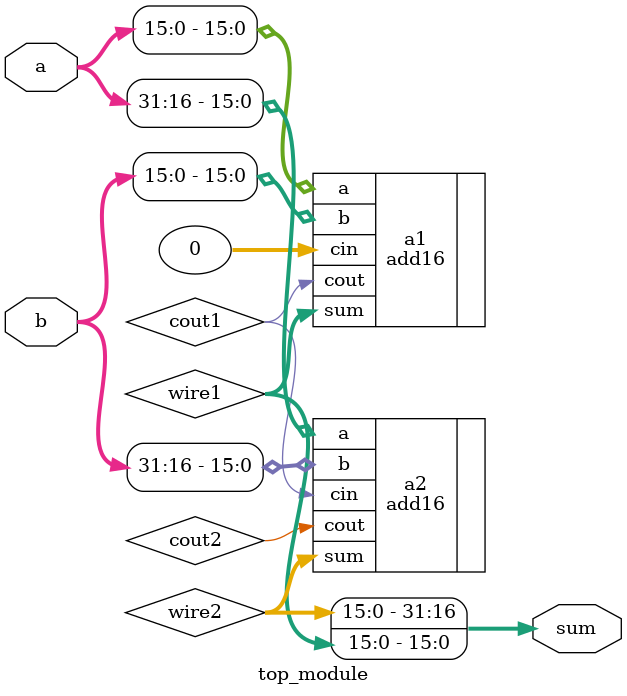
<source format=v>
module top_module(
    input [31:0] a,
    input [31:0] b,
    output [31:0] sum
);
    wire [15:0] wire1, wire2;
    wire cout1, cout2;
    add16 a1(.a(a[15:0]), .b(b[15:0]), .cin(0), .sum(wire1), .cout(cout1));
    add16 a2(.a(a[31:16]), .b(b[31:16]), .cin(cout1), .sum(wire2), .cout(cout2));
    assign sum = {wire2, wire1};
endmodule
</source>
